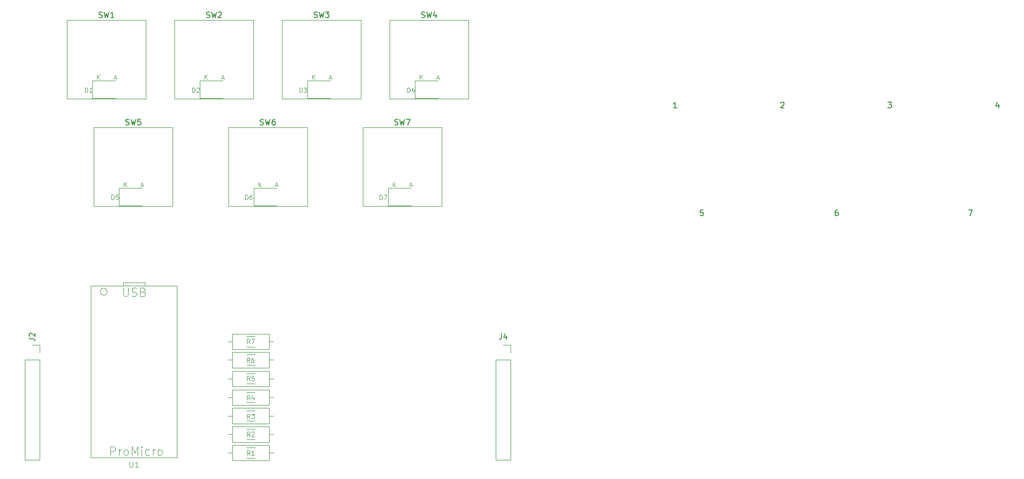
<source format=gbr>
%TF.GenerationSoftware,KiCad,Pcbnew,7.0.8*%
%TF.CreationDate,2023-10-31T17:03:33+08:00*%
%TF.ProjectId,MacroKeypad,4d616372-6f4b-4657-9970-61642e6b6963,rev?*%
%TF.SameCoordinates,Original*%
%TF.FileFunction,Legend,Top*%
%TF.FilePolarity,Positive*%
%FSLAX46Y46*%
G04 Gerber Fmt 4.6, Leading zero omitted, Abs format (unit mm)*
G04 Created by KiCad (PCBNEW 7.0.8) date 2023-10-31 17:03:33*
%MOMM*%
%LPD*%
G01*
G04 APERTURE LIST*
%ADD10C,0.100000*%
%ADD11C,0.150000*%
%ADD12C,0.120000*%
G04 APERTURE END LIST*
D10*
X124619265Y-78185895D02*
X124619265Y-77385895D01*
X124619265Y-77385895D02*
X124809741Y-77385895D01*
X124809741Y-77385895D02*
X124924027Y-77423990D01*
X124924027Y-77423990D02*
X125000217Y-77500180D01*
X125000217Y-77500180D02*
X125038312Y-77576371D01*
X125038312Y-77576371D02*
X125076408Y-77728752D01*
X125076408Y-77728752D02*
X125076408Y-77843038D01*
X125076408Y-77843038D02*
X125038312Y-77995419D01*
X125038312Y-77995419D02*
X125000217Y-78071609D01*
X125000217Y-78071609D02*
X124924027Y-78147800D01*
X124924027Y-78147800D02*
X124809741Y-78185895D01*
X124809741Y-78185895D02*
X124619265Y-78185895D01*
X125343074Y-77385895D02*
X125876408Y-77385895D01*
X125876408Y-77385895D02*
X125533550Y-78185895D01*
D11*
X228904541Y-80058819D02*
X229571207Y-80058819D01*
X229571207Y-80058819D02*
X229142636Y-81058819D01*
X181875969Y-80058819D02*
X181399779Y-80058819D01*
X181399779Y-80058819D02*
X181352160Y-80535009D01*
X181352160Y-80535009D02*
X181399779Y-80487390D01*
X181399779Y-80487390D02*
X181495017Y-80439771D01*
X181495017Y-80439771D02*
X181733112Y-80439771D01*
X181733112Y-80439771D02*
X181828350Y-80487390D01*
X181828350Y-80487390D02*
X181875969Y-80535009D01*
X181875969Y-80535009D02*
X181923588Y-80630247D01*
X181923588Y-80630247D02*
X181923588Y-80868342D01*
X181923588Y-80868342D02*
X181875969Y-80963580D01*
X181875969Y-80963580D02*
X181828350Y-81011200D01*
X181828350Y-81011200D02*
X181733112Y-81058819D01*
X181733112Y-81058819D02*
X181495017Y-81058819D01*
X181495017Y-81058819D02*
X181399779Y-81011200D01*
X181399779Y-81011200D02*
X181352160Y-80963580D01*
X234228350Y-61292152D02*
X234228350Y-61958819D01*
X233990255Y-60911200D02*
X233752160Y-61625485D01*
X233752160Y-61625485D02*
X234371207Y-61625485D01*
D10*
X91419265Y-59185895D02*
X91419265Y-58385895D01*
X91419265Y-58385895D02*
X91609741Y-58385895D01*
X91609741Y-58385895D02*
X91724027Y-58423990D01*
X91724027Y-58423990D02*
X91800217Y-58500180D01*
X91800217Y-58500180D02*
X91838312Y-58576371D01*
X91838312Y-58576371D02*
X91876408Y-58728752D01*
X91876408Y-58728752D02*
X91876408Y-58843038D01*
X91876408Y-58843038D02*
X91838312Y-58995419D01*
X91838312Y-58995419D02*
X91800217Y-59071609D01*
X91800217Y-59071609D02*
X91724027Y-59147800D01*
X91724027Y-59147800D02*
X91609741Y-59185895D01*
X91609741Y-59185895D02*
X91419265Y-59185895D01*
X92181169Y-58462085D02*
X92219265Y-58423990D01*
X92219265Y-58423990D02*
X92295455Y-58385895D01*
X92295455Y-58385895D02*
X92485931Y-58385895D01*
X92485931Y-58385895D02*
X92562122Y-58423990D01*
X92562122Y-58423990D02*
X92600217Y-58462085D01*
X92600217Y-58462085D02*
X92638312Y-58538276D01*
X92638312Y-58538276D02*
X92638312Y-58614466D01*
X92638312Y-58614466D02*
X92600217Y-58728752D01*
X92600217Y-58728752D02*
X92143074Y-59185895D01*
X92143074Y-59185895D02*
X92638312Y-59185895D01*
D11*
X195652160Y-61054057D02*
X195699779Y-61006438D01*
X195699779Y-61006438D02*
X195795017Y-60958819D01*
X195795017Y-60958819D02*
X196033112Y-60958819D01*
X196033112Y-60958819D02*
X196128350Y-61006438D01*
X196128350Y-61006438D02*
X196175969Y-61054057D01*
X196175969Y-61054057D02*
X196223588Y-61149295D01*
X196223588Y-61149295D02*
X196223588Y-61244533D01*
X196223588Y-61244533D02*
X196175969Y-61387390D01*
X196175969Y-61387390D02*
X195604541Y-61958819D01*
X195604541Y-61958819D02*
X196223588Y-61958819D01*
D10*
X72419265Y-59185895D02*
X72419265Y-58385895D01*
X72419265Y-58385895D02*
X72609741Y-58385895D01*
X72609741Y-58385895D02*
X72724027Y-58423990D01*
X72724027Y-58423990D02*
X72800217Y-58500180D01*
X72800217Y-58500180D02*
X72838312Y-58576371D01*
X72838312Y-58576371D02*
X72876408Y-58728752D01*
X72876408Y-58728752D02*
X72876408Y-58843038D01*
X72876408Y-58843038D02*
X72838312Y-58995419D01*
X72838312Y-58995419D02*
X72800217Y-59071609D01*
X72800217Y-59071609D02*
X72724027Y-59147800D01*
X72724027Y-59147800D02*
X72609741Y-59185895D01*
X72609741Y-59185895D02*
X72419265Y-59185895D01*
X73638312Y-59185895D02*
X73181169Y-59185895D01*
X73409741Y-59185895D02*
X73409741Y-58385895D01*
X73409741Y-58385895D02*
X73333550Y-58500180D01*
X73333550Y-58500180D02*
X73257360Y-58576371D01*
X73257360Y-58576371D02*
X73181169Y-58614466D01*
X110419265Y-59185895D02*
X110419265Y-58385895D01*
X110419265Y-58385895D02*
X110609741Y-58385895D01*
X110609741Y-58385895D02*
X110724027Y-58423990D01*
X110724027Y-58423990D02*
X110800217Y-58500180D01*
X110800217Y-58500180D02*
X110838312Y-58576371D01*
X110838312Y-58576371D02*
X110876408Y-58728752D01*
X110876408Y-58728752D02*
X110876408Y-58843038D01*
X110876408Y-58843038D02*
X110838312Y-58995419D01*
X110838312Y-58995419D02*
X110800217Y-59071609D01*
X110800217Y-59071609D02*
X110724027Y-59147800D01*
X110724027Y-59147800D02*
X110609741Y-59185895D01*
X110609741Y-59185895D02*
X110419265Y-59185895D01*
X111143074Y-58385895D02*
X111638312Y-58385895D01*
X111638312Y-58385895D02*
X111371646Y-58690657D01*
X111371646Y-58690657D02*
X111485931Y-58690657D01*
X111485931Y-58690657D02*
X111562122Y-58728752D01*
X111562122Y-58728752D02*
X111600217Y-58766847D01*
X111600217Y-58766847D02*
X111638312Y-58843038D01*
X111638312Y-58843038D02*
X111638312Y-59033514D01*
X111638312Y-59033514D02*
X111600217Y-59109704D01*
X111600217Y-59109704D02*
X111562122Y-59147800D01*
X111562122Y-59147800D02*
X111485931Y-59185895D01*
X111485931Y-59185895D02*
X111257360Y-59185895D01*
X111257360Y-59185895D02*
X111181169Y-59147800D01*
X111181169Y-59147800D02*
X111143074Y-59109704D01*
X77119265Y-78185895D02*
X77119265Y-77385895D01*
X77119265Y-77385895D02*
X77309741Y-77385895D01*
X77309741Y-77385895D02*
X77424027Y-77423990D01*
X77424027Y-77423990D02*
X77500217Y-77500180D01*
X77500217Y-77500180D02*
X77538312Y-77576371D01*
X77538312Y-77576371D02*
X77576408Y-77728752D01*
X77576408Y-77728752D02*
X77576408Y-77843038D01*
X77576408Y-77843038D02*
X77538312Y-77995419D01*
X77538312Y-77995419D02*
X77500217Y-78071609D01*
X77500217Y-78071609D02*
X77424027Y-78147800D01*
X77424027Y-78147800D02*
X77309741Y-78185895D01*
X77309741Y-78185895D02*
X77119265Y-78185895D01*
X78300217Y-77385895D02*
X77919265Y-77385895D01*
X77919265Y-77385895D02*
X77881169Y-77766847D01*
X77881169Y-77766847D02*
X77919265Y-77728752D01*
X77919265Y-77728752D02*
X77995455Y-77690657D01*
X77995455Y-77690657D02*
X78185931Y-77690657D01*
X78185931Y-77690657D02*
X78262122Y-77728752D01*
X78262122Y-77728752D02*
X78300217Y-77766847D01*
X78300217Y-77766847D02*
X78338312Y-77843038D01*
X78338312Y-77843038D02*
X78338312Y-78033514D01*
X78338312Y-78033514D02*
X78300217Y-78109704D01*
X78300217Y-78109704D02*
X78262122Y-78147800D01*
X78262122Y-78147800D02*
X78185931Y-78185895D01*
X78185931Y-78185895D02*
X77995455Y-78185895D01*
X77995455Y-78185895D02*
X77919265Y-78147800D01*
X77919265Y-78147800D02*
X77881169Y-78109704D01*
D11*
X205728350Y-80058819D02*
X205537874Y-80058819D01*
X205537874Y-80058819D02*
X205442636Y-80106438D01*
X205442636Y-80106438D02*
X205395017Y-80154057D01*
X205395017Y-80154057D02*
X205299779Y-80296914D01*
X205299779Y-80296914D02*
X205252160Y-80487390D01*
X205252160Y-80487390D02*
X205252160Y-80868342D01*
X205252160Y-80868342D02*
X205299779Y-80963580D01*
X205299779Y-80963580D02*
X205347398Y-81011200D01*
X205347398Y-81011200D02*
X205442636Y-81058819D01*
X205442636Y-81058819D02*
X205633112Y-81058819D01*
X205633112Y-81058819D02*
X205728350Y-81011200D01*
X205728350Y-81011200D02*
X205775969Y-80963580D01*
X205775969Y-80963580D02*
X205823588Y-80868342D01*
X205823588Y-80868342D02*
X205823588Y-80630247D01*
X205823588Y-80630247D02*
X205775969Y-80535009D01*
X205775969Y-80535009D02*
X205728350Y-80487390D01*
X205728350Y-80487390D02*
X205633112Y-80439771D01*
X205633112Y-80439771D02*
X205442636Y-80439771D01*
X205442636Y-80439771D02*
X205347398Y-80487390D01*
X205347398Y-80487390D02*
X205299779Y-80535009D01*
X205299779Y-80535009D02*
X205252160Y-80630247D01*
X177223588Y-61958819D02*
X176652160Y-61958819D01*
X176937874Y-61958819D02*
X176937874Y-60958819D01*
X176937874Y-60958819D02*
X176842636Y-61101676D01*
X176842636Y-61101676D02*
X176747398Y-61196914D01*
X176747398Y-61196914D02*
X176652160Y-61244533D01*
D10*
X129519265Y-59185895D02*
X129519265Y-58385895D01*
X129519265Y-58385895D02*
X129709741Y-58385895D01*
X129709741Y-58385895D02*
X129824027Y-58423990D01*
X129824027Y-58423990D02*
X129900217Y-58500180D01*
X129900217Y-58500180D02*
X129938312Y-58576371D01*
X129938312Y-58576371D02*
X129976408Y-58728752D01*
X129976408Y-58728752D02*
X129976408Y-58843038D01*
X129976408Y-58843038D02*
X129938312Y-58995419D01*
X129938312Y-58995419D02*
X129900217Y-59071609D01*
X129900217Y-59071609D02*
X129824027Y-59147800D01*
X129824027Y-59147800D02*
X129709741Y-59185895D01*
X129709741Y-59185895D02*
X129519265Y-59185895D01*
X130662122Y-58652561D02*
X130662122Y-59185895D01*
X130471646Y-58347800D02*
X130281169Y-58919228D01*
X130281169Y-58919228D02*
X130776408Y-58919228D01*
X100819265Y-78185895D02*
X100819265Y-77385895D01*
X100819265Y-77385895D02*
X101009741Y-77385895D01*
X101009741Y-77385895D02*
X101124027Y-77423990D01*
X101124027Y-77423990D02*
X101200217Y-77500180D01*
X101200217Y-77500180D02*
X101238312Y-77576371D01*
X101238312Y-77576371D02*
X101276408Y-77728752D01*
X101276408Y-77728752D02*
X101276408Y-77843038D01*
X101276408Y-77843038D02*
X101238312Y-77995419D01*
X101238312Y-77995419D02*
X101200217Y-78071609D01*
X101200217Y-78071609D02*
X101124027Y-78147800D01*
X101124027Y-78147800D02*
X101009741Y-78185895D01*
X101009741Y-78185895D02*
X100819265Y-78185895D01*
X101962122Y-77385895D02*
X101809741Y-77385895D01*
X101809741Y-77385895D02*
X101733550Y-77423990D01*
X101733550Y-77423990D02*
X101695455Y-77462085D01*
X101695455Y-77462085D02*
X101619265Y-77576371D01*
X101619265Y-77576371D02*
X101581169Y-77728752D01*
X101581169Y-77728752D02*
X101581169Y-78033514D01*
X101581169Y-78033514D02*
X101619265Y-78109704D01*
X101619265Y-78109704D02*
X101657360Y-78147800D01*
X101657360Y-78147800D02*
X101733550Y-78185895D01*
X101733550Y-78185895D02*
X101885931Y-78185895D01*
X101885931Y-78185895D02*
X101962122Y-78147800D01*
X101962122Y-78147800D02*
X102000217Y-78109704D01*
X102000217Y-78109704D02*
X102038312Y-78033514D01*
X102038312Y-78033514D02*
X102038312Y-77843038D01*
X102038312Y-77843038D02*
X102000217Y-77766847D01*
X102000217Y-77766847D02*
X101962122Y-77728752D01*
X101962122Y-77728752D02*
X101885931Y-77690657D01*
X101885931Y-77690657D02*
X101733550Y-77690657D01*
X101733550Y-77690657D02*
X101657360Y-77728752D01*
X101657360Y-77728752D02*
X101619265Y-77766847D01*
X101619265Y-77766847D02*
X101581169Y-77843038D01*
D11*
X214604541Y-60958819D02*
X215223588Y-60958819D01*
X215223588Y-60958819D02*
X214890255Y-61339771D01*
X214890255Y-61339771D02*
X215033112Y-61339771D01*
X215033112Y-61339771D02*
X215128350Y-61387390D01*
X215128350Y-61387390D02*
X215175969Y-61435009D01*
X215175969Y-61435009D02*
X215223588Y-61530247D01*
X215223588Y-61530247D02*
X215223588Y-61768342D01*
X215223588Y-61768342D02*
X215175969Y-61863580D01*
X215175969Y-61863580D02*
X215128350Y-61911200D01*
X215128350Y-61911200D02*
X215033112Y-61958819D01*
X215033112Y-61958819D02*
X214747398Y-61958819D01*
X214747398Y-61958819D02*
X214652160Y-61911200D01*
X214652160Y-61911200D02*
X214604541Y-61863580D01*
X93916667Y-45873200D02*
X94059524Y-45920819D01*
X94059524Y-45920819D02*
X94297619Y-45920819D01*
X94297619Y-45920819D02*
X94392857Y-45873200D01*
X94392857Y-45873200D02*
X94440476Y-45825580D01*
X94440476Y-45825580D02*
X94488095Y-45730342D01*
X94488095Y-45730342D02*
X94488095Y-45635104D01*
X94488095Y-45635104D02*
X94440476Y-45539866D01*
X94440476Y-45539866D02*
X94392857Y-45492247D01*
X94392857Y-45492247D02*
X94297619Y-45444628D01*
X94297619Y-45444628D02*
X94107143Y-45397009D01*
X94107143Y-45397009D02*
X94011905Y-45349390D01*
X94011905Y-45349390D02*
X93964286Y-45301771D01*
X93964286Y-45301771D02*
X93916667Y-45206533D01*
X93916667Y-45206533D02*
X93916667Y-45111295D01*
X93916667Y-45111295D02*
X93964286Y-45016057D01*
X93964286Y-45016057D02*
X94011905Y-44968438D01*
X94011905Y-44968438D02*
X94107143Y-44920819D01*
X94107143Y-44920819D02*
X94345238Y-44920819D01*
X94345238Y-44920819D02*
X94488095Y-44968438D01*
X94821429Y-44920819D02*
X95059524Y-45920819D01*
X95059524Y-45920819D02*
X95250000Y-45206533D01*
X95250000Y-45206533D02*
X95440476Y-45920819D01*
X95440476Y-45920819D02*
X95678572Y-44920819D01*
X96011905Y-45016057D02*
X96059524Y-44968438D01*
X96059524Y-44968438D02*
X96154762Y-44920819D01*
X96154762Y-44920819D02*
X96392857Y-44920819D01*
X96392857Y-44920819D02*
X96488095Y-44968438D01*
X96488095Y-44968438D02*
X96535714Y-45016057D01*
X96535714Y-45016057D02*
X96583333Y-45111295D01*
X96583333Y-45111295D02*
X96583333Y-45206533D01*
X96583333Y-45206533D02*
X96535714Y-45349390D01*
X96535714Y-45349390D02*
X95964286Y-45920819D01*
X95964286Y-45920819D02*
X96583333Y-45920819D01*
D10*
X93601265Y-56885895D02*
X93601265Y-56085895D01*
X94058408Y-56885895D02*
X93715550Y-56428752D01*
X94058408Y-56085895D02*
X93601265Y-56543038D01*
X96611169Y-56657323D02*
X96992122Y-56657323D01*
X96534979Y-56885895D02*
X96801646Y-56085895D01*
X96801646Y-56085895D02*
X97068312Y-56885895D01*
X101576667Y-107132895D02*
X101310000Y-106751942D01*
X101119524Y-107132895D02*
X101119524Y-106332895D01*
X101119524Y-106332895D02*
X101424286Y-106332895D01*
X101424286Y-106332895D02*
X101500476Y-106370990D01*
X101500476Y-106370990D02*
X101538571Y-106409085D01*
X101538571Y-106409085D02*
X101576667Y-106485276D01*
X101576667Y-106485276D02*
X101576667Y-106599561D01*
X101576667Y-106599561D02*
X101538571Y-106675752D01*
X101538571Y-106675752D02*
X101500476Y-106713847D01*
X101500476Y-106713847D02*
X101424286Y-106751942D01*
X101424286Y-106751942D02*
X101119524Y-106751942D01*
X102262381Y-106332895D02*
X102110000Y-106332895D01*
X102110000Y-106332895D02*
X102033809Y-106370990D01*
X102033809Y-106370990D02*
X101995714Y-106409085D01*
X101995714Y-106409085D02*
X101919524Y-106523371D01*
X101919524Y-106523371D02*
X101881428Y-106675752D01*
X101881428Y-106675752D02*
X101881428Y-106980514D01*
X101881428Y-106980514D02*
X101919524Y-107056704D01*
X101919524Y-107056704D02*
X101957619Y-107094800D01*
X101957619Y-107094800D02*
X102033809Y-107132895D01*
X102033809Y-107132895D02*
X102186190Y-107132895D01*
X102186190Y-107132895D02*
X102262381Y-107094800D01*
X102262381Y-107094800D02*
X102300476Y-107056704D01*
X102300476Y-107056704D02*
X102338571Y-106980514D01*
X102338571Y-106980514D02*
X102338571Y-106790038D01*
X102338571Y-106790038D02*
X102300476Y-106713847D01*
X102300476Y-106713847D02*
X102262381Y-106675752D01*
X102262381Y-106675752D02*
X102186190Y-106637657D01*
X102186190Y-106637657D02*
X102033809Y-106637657D01*
X102033809Y-106637657D02*
X101957619Y-106675752D01*
X101957619Y-106675752D02*
X101919524Y-106713847D01*
X101919524Y-106713847D02*
X101881428Y-106790038D01*
D11*
X132016667Y-45873200D02*
X132159524Y-45920819D01*
X132159524Y-45920819D02*
X132397619Y-45920819D01*
X132397619Y-45920819D02*
X132492857Y-45873200D01*
X132492857Y-45873200D02*
X132540476Y-45825580D01*
X132540476Y-45825580D02*
X132588095Y-45730342D01*
X132588095Y-45730342D02*
X132588095Y-45635104D01*
X132588095Y-45635104D02*
X132540476Y-45539866D01*
X132540476Y-45539866D02*
X132492857Y-45492247D01*
X132492857Y-45492247D02*
X132397619Y-45444628D01*
X132397619Y-45444628D02*
X132207143Y-45397009D01*
X132207143Y-45397009D02*
X132111905Y-45349390D01*
X132111905Y-45349390D02*
X132064286Y-45301771D01*
X132064286Y-45301771D02*
X132016667Y-45206533D01*
X132016667Y-45206533D02*
X132016667Y-45111295D01*
X132016667Y-45111295D02*
X132064286Y-45016057D01*
X132064286Y-45016057D02*
X132111905Y-44968438D01*
X132111905Y-44968438D02*
X132207143Y-44920819D01*
X132207143Y-44920819D02*
X132445238Y-44920819D01*
X132445238Y-44920819D02*
X132588095Y-44968438D01*
X132921429Y-44920819D02*
X133159524Y-45920819D01*
X133159524Y-45920819D02*
X133350000Y-45206533D01*
X133350000Y-45206533D02*
X133540476Y-45920819D01*
X133540476Y-45920819D02*
X133778572Y-44920819D01*
X134588095Y-45254152D02*
X134588095Y-45920819D01*
X134350000Y-44873200D02*
X134111905Y-45587485D01*
X134111905Y-45587485D02*
X134730952Y-45587485D01*
D10*
X134711169Y-56657323D02*
X135092122Y-56657323D01*
X134634979Y-56885895D02*
X134901646Y-56085895D01*
X134901646Y-56085895D02*
X135168312Y-56885895D01*
X131701265Y-56885895D02*
X131701265Y-56085895D01*
X132158408Y-56885895D02*
X131815550Y-56428752D01*
X132158408Y-56085895D02*
X131701265Y-56543038D01*
X101606667Y-110346895D02*
X101340000Y-109965942D01*
X101149524Y-110346895D02*
X101149524Y-109546895D01*
X101149524Y-109546895D02*
X101454286Y-109546895D01*
X101454286Y-109546895D02*
X101530476Y-109584990D01*
X101530476Y-109584990D02*
X101568571Y-109623085D01*
X101568571Y-109623085D02*
X101606667Y-109699276D01*
X101606667Y-109699276D02*
X101606667Y-109813561D01*
X101606667Y-109813561D02*
X101568571Y-109889752D01*
X101568571Y-109889752D02*
X101530476Y-109927847D01*
X101530476Y-109927847D02*
X101454286Y-109965942D01*
X101454286Y-109965942D02*
X101149524Y-109965942D01*
X102330476Y-109546895D02*
X101949524Y-109546895D01*
X101949524Y-109546895D02*
X101911428Y-109927847D01*
X101911428Y-109927847D02*
X101949524Y-109889752D01*
X101949524Y-109889752D02*
X102025714Y-109851657D01*
X102025714Y-109851657D02*
X102216190Y-109851657D01*
X102216190Y-109851657D02*
X102292381Y-109889752D01*
X102292381Y-109889752D02*
X102330476Y-109927847D01*
X102330476Y-109927847D02*
X102368571Y-110004038D01*
X102368571Y-110004038D02*
X102368571Y-110194514D01*
X102368571Y-110194514D02*
X102330476Y-110270704D01*
X102330476Y-110270704D02*
X102292381Y-110308800D01*
X102292381Y-110308800D02*
X102216190Y-110346895D01*
X102216190Y-110346895D02*
X102025714Y-110346895D01*
X102025714Y-110346895D02*
X101949524Y-110308800D01*
X101949524Y-110308800D02*
X101911428Y-110270704D01*
D11*
X74866667Y-45873200D02*
X75009524Y-45920819D01*
X75009524Y-45920819D02*
X75247619Y-45920819D01*
X75247619Y-45920819D02*
X75342857Y-45873200D01*
X75342857Y-45873200D02*
X75390476Y-45825580D01*
X75390476Y-45825580D02*
X75438095Y-45730342D01*
X75438095Y-45730342D02*
X75438095Y-45635104D01*
X75438095Y-45635104D02*
X75390476Y-45539866D01*
X75390476Y-45539866D02*
X75342857Y-45492247D01*
X75342857Y-45492247D02*
X75247619Y-45444628D01*
X75247619Y-45444628D02*
X75057143Y-45397009D01*
X75057143Y-45397009D02*
X74961905Y-45349390D01*
X74961905Y-45349390D02*
X74914286Y-45301771D01*
X74914286Y-45301771D02*
X74866667Y-45206533D01*
X74866667Y-45206533D02*
X74866667Y-45111295D01*
X74866667Y-45111295D02*
X74914286Y-45016057D01*
X74914286Y-45016057D02*
X74961905Y-44968438D01*
X74961905Y-44968438D02*
X75057143Y-44920819D01*
X75057143Y-44920819D02*
X75295238Y-44920819D01*
X75295238Y-44920819D02*
X75438095Y-44968438D01*
X75771429Y-44920819D02*
X76009524Y-45920819D01*
X76009524Y-45920819D02*
X76200000Y-45206533D01*
X76200000Y-45206533D02*
X76390476Y-45920819D01*
X76390476Y-45920819D02*
X76628572Y-44920819D01*
X77533333Y-45920819D02*
X76961905Y-45920819D01*
X77247619Y-45920819D02*
X77247619Y-44920819D01*
X77247619Y-44920819D02*
X77152381Y-45063676D01*
X77152381Y-45063676D02*
X77057143Y-45158914D01*
X77057143Y-45158914D02*
X76961905Y-45206533D01*
D10*
X77561169Y-56657323D02*
X77942122Y-56657323D01*
X77484979Y-56885895D02*
X77751646Y-56085895D01*
X77751646Y-56085895D02*
X78018312Y-56885895D01*
X74551265Y-56885895D02*
X74551265Y-56085895D01*
X75008408Y-56885895D02*
X74665550Y-56428752D01*
X75008408Y-56085895D02*
X74551265Y-56543038D01*
D11*
X79622667Y-64923200D02*
X79765524Y-64970819D01*
X79765524Y-64970819D02*
X80003619Y-64970819D01*
X80003619Y-64970819D02*
X80098857Y-64923200D01*
X80098857Y-64923200D02*
X80146476Y-64875580D01*
X80146476Y-64875580D02*
X80194095Y-64780342D01*
X80194095Y-64780342D02*
X80194095Y-64685104D01*
X80194095Y-64685104D02*
X80146476Y-64589866D01*
X80146476Y-64589866D02*
X80098857Y-64542247D01*
X80098857Y-64542247D02*
X80003619Y-64494628D01*
X80003619Y-64494628D02*
X79813143Y-64447009D01*
X79813143Y-64447009D02*
X79717905Y-64399390D01*
X79717905Y-64399390D02*
X79670286Y-64351771D01*
X79670286Y-64351771D02*
X79622667Y-64256533D01*
X79622667Y-64256533D02*
X79622667Y-64161295D01*
X79622667Y-64161295D02*
X79670286Y-64066057D01*
X79670286Y-64066057D02*
X79717905Y-64018438D01*
X79717905Y-64018438D02*
X79813143Y-63970819D01*
X79813143Y-63970819D02*
X80051238Y-63970819D01*
X80051238Y-63970819D02*
X80194095Y-64018438D01*
X80527429Y-63970819D02*
X80765524Y-64970819D01*
X80765524Y-64970819D02*
X80956000Y-64256533D01*
X80956000Y-64256533D02*
X81146476Y-64970819D01*
X81146476Y-64970819D02*
X81384572Y-63970819D01*
X82241714Y-63970819D02*
X81765524Y-63970819D01*
X81765524Y-63970819D02*
X81717905Y-64447009D01*
X81717905Y-64447009D02*
X81765524Y-64399390D01*
X81765524Y-64399390D02*
X81860762Y-64351771D01*
X81860762Y-64351771D02*
X82098857Y-64351771D01*
X82098857Y-64351771D02*
X82194095Y-64399390D01*
X82194095Y-64399390D02*
X82241714Y-64447009D01*
X82241714Y-64447009D02*
X82289333Y-64542247D01*
X82289333Y-64542247D02*
X82289333Y-64780342D01*
X82289333Y-64780342D02*
X82241714Y-64875580D01*
X82241714Y-64875580D02*
X82194095Y-64923200D01*
X82194095Y-64923200D02*
X82098857Y-64970819D01*
X82098857Y-64970819D02*
X81860762Y-64970819D01*
X81860762Y-64970819D02*
X81765524Y-64923200D01*
X81765524Y-64923200D02*
X81717905Y-64875580D01*
D10*
X82317169Y-75707323D02*
X82698122Y-75707323D01*
X82240979Y-75935895D02*
X82507646Y-75135895D01*
X82507646Y-75135895D02*
X82774312Y-75935895D01*
X79307265Y-75935895D02*
X79307265Y-75135895D01*
X79764408Y-75935895D02*
X79421550Y-75478752D01*
X79764408Y-75135895D02*
X79307265Y-75593038D01*
X101606667Y-103757895D02*
X101340000Y-103376942D01*
X101149524Y-103757895D02*
X101149524Y-102957895D01*
X101149524Y-102957895D02*
X101454286Y-102957895D01*
X101454286Y-102957895D02*
X101530476Y-102995990D01*
X101530476Y-102995990D02*
X101568571Y-103034085D01*
X101568571Y-103034085D02*
X101606667Y-103110276D01*
X101606667Y-103110276D02*
X101606667Y-103224561D01*
X101606667Y-103224561D02*
X101568571Y-103300752D01*
X101568571Y-103300752D02*
X101530476Y-103338847D01*
X101530476Y-103338847D02*
X101454286Y-103376942D01*
X101454286Y-103376942D02*
X101149524Y-103376942D01*
X101873333Y-102957895D02*
X102406667Y-102957895D01*
X102406667Y-102957895D02*
X102063809Y-103757895D01*
D11*
X112966667Y-45873200D02*
X113109524Y-45920819D01*
X113109524Y-45920819D02*
X113347619Y-45920819D01*
X113347619Y-45920819D02*
X113442857Y-45873200D01*
X113442857Y-45873200D02*
X113490476Y-45825580D01*
X113490476Y-45825580D02*
X113538095Y-45730342D01*
X113538095Y-45730342D02*
X113538095Y-45635104D01*
X113538095Y-45635104D02*
X113490476Y-45539866D01*
X113490476Y-45539866D02*
X113442857Y-45492247D01*
X113442857Y-45492247D02*
X113347619Y-45444628D01*
X113347619Y-45444628D02*
X113157143Y-45397009D01*
X113157143Y-45397009D02*
X113061905Y-45349390D01*
X113061905Y-45349390D02*
X113014286Y-45301771D01*
X113014286Y-45301771D02*
X112966667Y-45206533D01*
X112966667Y-45206533D02*
X112966667Y-45111295D01*
X112966667Y-45111295D02*
X113014286Y-45016057D01*
X113014286Y-45016057D02*
X113061905Y-44968438D01*
X113061905Y-44968438D02*
X113157143Y-44920819D01*
X113157143Y-44920819D02*
X113395238Y-44920819D01*
X113395238Y-44920819D02*
X113538095Y-44968438D01*
X113871429Y-44920819D02*
X114109524Y-45920819D01*
X114109524Y-45920819D02*
X114300000Y-45206533D01*
X114300000Y-45206533D02*
X114490476Y-45920819D01*
X114490476Y-45920819D02*
X114728572Y-44920819D01*
X115014286Y-44920819D02*
X115633333Y-44920819D01*
X115633333Y-44920819D02*
X115300000Y-45301771D01*
X115300000Y-45301771D02*
X115442857Y-45301771D01*
X115442857Y-45301771D02*
X115538095Y-45349390D01*
X115538095Y-45349390D02*
X115585714Y-45397009D01*
X115585714Y-45397009D02*
X115633333Y-45492247D01*
X115633333Y-45492247D02*
X115633333Y-45730342D01*
X115633333Y-45730342D02*
X115585714Y-45825580D01*
X115585714Y-45825580D02*
X115538095Y-45873200D01*
X115538095Y-45873200D02*
X115442857Y-45920819D01*
X115442857Y-45920819D02*
X115157143Y-45920819D01*
X115157143Y-45920819D02*
X115061905Y-45873200D01*
X115061905Y-45873200D02*
X115014286Y-45825580D01*
D10*
X112651265Y-56885895D02*
X112651265Y-56085895D01*
X113108408Y-56885895D02*
X112765550Y-56428752D01*
X113108408Y-56085895D02*
X112651265Y-56543038D01*
X115661169Y-56657323D02*
X116042122Y-56657323D01*
X115584979Y-56885895D02*
X115851646Y-56085895D01*
X115851646Y-56085895D02*
X116118312Y-56885895D01*
X101593667Y-117077895D02*
X101327000Y-116696942D01*
X101136524Y-117077895D02*
X101136524Y-116277895D01*
X101136524Y-116277895D02*
X101441286Y-116277895D01*
X101441286Y-116277895D02*
X101517476Y-116315990D01*
X101517476Y-116315990D02*
X101555571Y-116354085D01*
X101555571Y-116354085D02*
X101593667Y-116430276D01*
X101593667Y-116430276D02*
X101593667Y-116544561D01*
X101593667Y-116544561D02*
X101555571Y-116620752D01*
X101555571Y-116620752D02*
X101517476Y-116658847D01*
X101517476Y-116658847D02*
X101441286Y-116696942D01*
X101441286Y-116696942D02*
X101136524Y-116696942D01*
X101860333Y-116277895D02*
X102355571Y-116277895D01*
X102355571Y-116277895D02*
X102088905Y-116582657D01*
X102088905Y-116582657D02*
X102203190Y-116582657D01*
X102203190Y-116582657D02*
X102279381Y-116620752D01*
X102279381Y-116620752D02*
X102317476Y-116658847D01*
X102317476Y-116658847D02*
X102355571Y-116735038D01*
X102355571Y-116735038D02*
X102355571Y-116925514D01*
X102355571Y-116925514D02*
X102317476Y-117001704D01*
X102317476Y-117001704D02*
X102279381Y-117039800D01*
X102279381Y-117039800D02*
X102203190Y-117077895D01*
X102203190Y-117077895D02*
X101974619Y-117077895D01*
X101974619Y-117077895D02*
X101898428Y-117039800D01*
X101898428Y-117039800D02*
X101860333Y-117001704D01*
D11*
X146129666Y-102024819D02*
X146129666Y-102739104D01*
X146129666Y-102739104D02*
X146082047Y-102881961D01*
X146082047Y-102881961D02*
X145986809Y-102977200D01*
X145986809Y-102977200D02*
X145843952Y-103024819D01*
X145843952Y-103024819D02*
X145748714Y-103024819D01*
X147034428Y-102358152D02*
X147034428Y-103024819D01*
X146796333Y-101977200D02*
X146558238Y-102691485D01*
X146558238Y-102691485D02*
X147177285Y-102691485D01*
X62517819Y-102903333D02*
X63232104Y-102903333D01*
X63232104Y-102903333D02*
X63374961Y-102950952D01*
X63374961Y-102950952D02*
X63470200Y-103046190D01*
X63470200Y-103046190D02*
X63517819Y-103189047D01*
X63517819Y-103189047D02*
X63517819Y-103284285D01*
X62613057Y-102474761D02*
X62565438Y-102427142D01*
X62565438Y-102427142D02*
X62517819Y-102331904D01*
X62517819Y-102331904D02*
X62517819Y-102093809D01*
X62517819Y-102093809D02*
X62565438Y-101998571D01*
X62565438Y-101998571D02*
X62613057Y-101950952D01*
X62613057Y-101950952D02*
X62708295Y-101903333D01*
X62708295Y-101903333D02*
X62803533Y-101903333D01*
X62803533Y-101903333D02*
X62946390Y-101950952D01*
X62946390Y-101950952D02*
X63517819Y-102522380D01*
X63517819Y-102522380D02*
X63517819Y-101903333D01*
D10*
X101593667Y-123554895D02*
X101327000Y-123173942D01*
X101136524Y-123554895D02*
X101136524Y-122754895D01*
X101136524Y-122754895D02*
X101441286Y-122754895D01*
X101441286Y-122754895D02*
X101517476Y-122792990D01*
X101517476Y-122792990D02*
X101555571Y-122831085D01*
X101555571Y-122831085D02*
X101593667Y-122907276D01*
X101593667Y-122907276D02*
X101593667Y-123021561D01*
X101593667Y-123021561D02*
X101555571Y-123097752D01*
X101555571Y-123097752D02*
X101517476Y-123135847D01*
X101517476Y-123135847D02*
X101441286Y-123173942D01*
X101441286Y-123173942D02*
X101136524Y-123173942D01*
X102355571Y-123554895D02*
X101898428Y-123554895D01*
X102127000Y-123554895D02*
X102127000Y-122754895D01*
X102127000Y-122754895D02*
X102050809Y-122869180D01*
X102050809Y-122869180D02*
X101974619Y-122945371D01*
X101974619Y-122945371D02*
X101898428Y-122983466D01*
D11*
X103434667Y-64923200D02*
X103577524Y-64970819D01*
X103577524Y-64970819D02*
X103815619Y-64970819D01*
X103815619Y-64970819D02*
X103910857Y-64923200D01*
X103910857Y-64923200D02*
X103958476Y-64875580D01*
X103958476Y-64875580D02*
X104006095Y-64780342D01*
X104006095Y-64780342D02*
X104006095Y-64685104D01*
X104006095Y-64685104D02*
X103958476Y-64589866D01*
X103958476Y-64589866D02*
X103910857Y-64542247D01*
X103910857Y-64542247D02*
X103815619Y-64494628D01*
X103815619Y-64494628D02*
X103625143Y-64447009D01*
X103625143Y-64447009D02*
X103529905Y-64399390D01*
X103529905Y-64399390D02*
X103482286Y-64351771D01*
X103482286Y-64351771D02*
X103434667Y-64256533D01*
X103434667Y-64256533D02*
X103434667Y-64161295D01*
X103434667Y-64161295D02*
X103482286Y-64066057D01*
X103482286Y-64066057D02*
X103529905Y-64018438D01*
X103529905Y-64018438D02*
X103625143Y-63970819D01*
X103625143Y-63970819D02*
X103863238Y-63970819D01*
X103863238Y-63970819D02*
X104006095Y-64018438D01*
X104339429Y-63970819D02*
X104577524Y-64970819D01*
X104577524Y-64970819D02*
X104768000Y-64256533D01*
X104768000Y-64256533D02*
X104958476Y-64970819D01*
X104958476Y-64970819D02*
X105196572Y-63970819D01*
X106006095Y-63970819D02*
X105815619Y-63970819D01*
X105815619Y-63970819D02*
X105720381Y-64018438D01*
X105720381Y-64018438D02*
X105672762Y-64066057D01*
X105672762Y-64066057D02*
X105577524Y-64208914D01*
X105577524Y-64208914D02*
X105529905Y-64399390D01*
X105529905Y-64399390D02*
X105529905Y-64780342D01*
X105529905Y-64780342D02*
X105577524Y-64875580D01*
X105577524Y-64875580D02*
X105625143Y-64923200D01*
X105625143Y-64923200D02*
X105720381Y-64970819D01*
X105720381Y-64970819D02*
X105910857Y-64970819D01*
X105910857Y-64970819D02*
X106006095Y-64923200D01*
X106006095Y-64923200D02*
X106053714Y-64875580D01*
X106053714Y-64875580D02*
X106101333Y-64780342D01*
X106101333Y-64780342D02*
X106101333Y-64542247D01*
X106101333Y-64542247D02*
X106053714Y-64447009D01*
X106053714Y-64447009D02*
X106006095Y-64399390D01*
X106006095Y-64399390D02*
X105910857Y-64351771D01*
X105910857Y-64351771D02*
X105720381Y-64351771D01*
X105720381Y-64351771D02*
X105625143Y-64399390D01*
X105625143Y-64399390D02*
X105577524Y-64447009D01*
X105577524Y-64447009D02*
X105529905Y-64542247D01*
D10*
X103119265Y-75935895D02*
X103119265Y-75135895D01*
X103576408Y-75935895D02*
X103233550Y-75478752D01*
X103576408Y-75135895D02*
X103119265Y-75593038D01*
X106129169Y-75707323D02*
X106510122Y-75707323D01*
X106052979Y-75935895D02*
X106319646Y-75135895D01*
X106319646Y-75135895D02*
X106586312Y-75935895D01*
X80301095Y-124734419D02*
X80301095Y-125543942D01*
X80301095Y-125543942D02*
X80348714Y-125639180D01*
X80348714Y-125639180D02*
X80396333Y-125686800D01*
X80396333Y-125686800D02*
X80491571Y-125734419D01*
X80491571Y-125734419D02*
X80682047Y-125734419D01*
X80682047Y-125734419D02*
X80777285Y-125686800D01*
X80777285Y-125686800D02*
X80824904Y-125639180D01*
X80824904Y-125639180D02*
X80872523Y-125543942D01*
X80872523Y-125543942D02*
X80872523Y-124734419D01*
X81872523Y-125734419D02*
X81301095Y-125734419D01*
X81586809Y-125734419D02*
X81586809Y-124734419D01*
X81586809Y-124734419D02*
X81491571Y-124877276D01*
X81491571Y-124877276D02*
X81396333Y-124972514D01*
X81396333Y-124972514D02*
X81301095Y-125020133D01*
X79199931Y-93884728D02*
X79199931Y-95099014D01*
X79199931Y-95099014D02*
X79271360Y-95241871D01*
X79271360Y-95241871D02*
X79342789Y-95313300D01*
X79342789Y-95313300D02*
X79485646Y-95384728D01*
X79485646Y-95384728D02*
X79771360Y-95384728D01*
X79771360Y-95384728D02*
X79914217Y-95313300D01*
X79914217Y-95313300D02*
X79985646Y-95241871D01*
X79985646Y-95241871D02*
X80057074Y-95099014D01*
X80057074Y-95099014D02*
X80057074Y-93884728D01*
X80699932Y-95313300D02*
X80914218Y-95384728D01*
X80914218Y-95384728D02*
X81271360Y-95384728D01*
X81271360Y-95384728D02*
X81414218Y-95313300D01*
X81414218Y-95313300D02*
X81485646Y-95241871D01*
X81485646Y-95241871D02*
X81557075Y-95099014D01*
X81557075Y-95099014D02*
X81557075Y-94956157D01*
X81557075Y-94956157D02*
X81485646Y-94813300D01*
X81485646Y-94813300D02*
X81414218Y-94741871D01*
X81414218Y-94741871D02*
X81271360Y-94670442D01*
X81271360Y-94670442D02*
X80985646Y-94599014D01*
X80985646Y-94599014D02*
X80842789Y-94527585D01*
X80842789Y-94527585D02*
X80771360Y-94456157D01*
X80771360Y-94456157D02*
X80699932Y-94313300D01*
X80699932Y-94313300D02*
X80699932Y-94170442D01*
X80699932Y-94170442D02*
X80771360Y-94027585D01*
X80771360Y-94027585D02*
X80842789Y-93956157D01*
X80842789Y-93956157D02*
X80985646Y-93884728D01*
X80985646Y-93884728D02*
X81342789Y-93884728D01*
X81342789Y-93884728D02*
X81557075Y-93956157D01*
X82699931Y-94599014D02*
X82914217Y-94670442D01*
X82914217Y-94670442D02*
X82985646Y-94741871D01*
X82985646Y-94741871D02*
X83057074Y-94884728D01*
X83057074Y-94884728D02*
X83057074Y-95099014D01*
X83057074Y-95099014D02*
X82985646Y-95241871D01*
X82985646Y-95241871D02*
X82914217Y-95313300D01*
X82914217Y-95313300D02*
X82771360Y-95384728D01*
X82771360Y-95384728D02*
X82199931Y-95384728D01*
X82199931Y-95384728D02*
X82199931Y-93884728D01*
X82199931Y-93884728D02*
X82699931Y-93884728D01*
X82699931Y-93884728D02*
X82842789Y-93956157D01*
X82842789Y-93956157D02*
X82914217Y-94027585D01*
X82914217Y-94027585D02*
X82985646Y-94170442D01*
X82985646Y-94170442D02*
X82985646Y-94313300D01*
X82985646Y-94313300D02*
X82914217Y-94456157D01*
X82914217Y-94456157D02*
X82842789Y-94527585D01*
X82842789Y-94527585D02*
X82699931Y-94599014D01*
X82699931Y-94599014D02*
X82199931Y-94599014D01*
X76913931Y-123578728D02*
X76913931Y-122078728D01*
X76913931Y-122078728D02*
X77485360Y-122078728D01*
X77485360Y-122078728D02*
X77628217Y-122150157D01*
X77628217Y-122150157D02*
X77699646Y-122221585D01*
X77699646Y-122221585D02*
X77771074Y-122364442D01*
X77771074Y-122364442D02*
X77771074Y-122578728D01*
X77771074Y-122578728D02*
X77699646Y-122721585D01*
X77699646Y-122721585D02*
X77628217Y-122793014D01*
X77628217Y-122793014D02*
X77485360Y-122864442D01*
X77485360Y-122864442D02*
X76913931Y-122864442D01*
X78413931Y-123578728D02*
X78413931Y-122578728D01*
X78413931Y-122864442D02*
X78485360Y-122721585D01*
X78485360Y-122721585D02*
X78556789Y-122650157D01*
X78556789Y-122650157D02*
X78699646Y-122578728D01*
X78699646Y-122578728D02*
X78842503Y-122578728D01*
X79556788Y-123578728D02*
X79413931Y-123507300D01*
X79413931Y-123507300D02*
X79342502Y-123435871D01*
X79342502Y-123435871D02*
X79271074Y-123293014D01*
X79271074Y-123293014D02*
X79271074Y-122864442D01*
X79271074Y-122864442D02*
X79342502Y-122721585D01*
X79342502Y-122721585D02*
X79413931Y-122650157D01*
X79413931Y-122650157D02*
X79556788Y-122578728D01*
X79556788Y-122578728D02*
X79771074Y-122578728D01*
X79771074Y-122578728D02*
X79913931Y-122650157D01*
X79913931Y-122650157D02*
X79985360Y-122721585D01*
X79985360Y-122721585D02*
X80056788Y-122864442D01*
X80056788Y-122864442D02*
X80056788Y-123293014D01*
X80056788Y-123293014D02*
X79985360Y-123435871D01*
X79985360Y-123435871D02*
X79913931Y-123507300D01*
X79913931Y-123507300D02*
X79771074Y-123578728D01*
X79771074Y-123578728D02*
X79556788Y-123578728D01*
X80699645Y-123578728D02*
X80699645Y-122078728D01*
X80699645Y-122078728D02*
X81199645Y-123150157D01*
X81199645Y-123150157D02*
X81699645Y-122078728D01*
X81699645Y-122078728D02*
X81699645Y-123578728D01*
X82413931Y-123578728D02*
X82413931Y-122578728D01*
X82413931Y-122078728D02*
X82342503Y-122150157D01*
X82342503Y-122150157D02*
X82413931Y-122221585D01*
X82413931Y-122221585D02*
X82485360Y-122150157D01*
X82485360Y-122150157D02*
X82413931Y-122078728D01*
X82413931Y-122078728D02*
X82413931Y-122221585D01*
X83771075Y-123507300D02*
X83628217Y-123578728D01*
X83628217Y-123578728D02*
X83342503Y-123578728D01*
X83342503Y-123578728D02*
X83199646Y-123507300D01*
X83199646Y-123507300D02*
X83128217Y-123435871D01*
X83128217Y-123435871D02*
X83056789Y-123293014D01*
X83056789Y-123293014D02*
X83056789Y-122864442D01*
X83056789Y-122864442D02*
X83128217Y-122721585D01*
X83128217Y-122721585D02*
X83199646Y-122650157D01*
X83199646Y-122650157D02*
X83342503Y-122578728D01*
X83342503Y-122578728D02*
X83628217Y-122578728D01*
X83628217Y-122578728D02*
X83771075Y-122650157D01*
X84413931Y-123578728D02*
X84413931Y-122578728D01*
X84413931Y-122864442D02*
X84485360Y-122721585D01*
X84485360Y-122721585D02*
X84556789Y-122650157D01*
X84556789Y-122650157D02*
X84699646Y-122578728D01*
X84699646Y-122578728D02*
X84842503Y-122578728D01*
X85556788Y-123578728D02*
X85413931Y-123507300D01*
X85413931Y-123507300D02*
X85342502Y-123435871D01*
X85342502Y-123435871D02*
X85271074Y-123293014D01*
X85271074Y-123293014D02*
X85271074Y-122864442D01*
X85271074Y-122864442D02*
X85342502Y-122721585D01*
X85342502Y-122721585D02*
X85413931Y-122650157D01*
X85413931Y-122650157D02*
X85556788Y-122578728D01*
X85556788Y-122578728D02*
X85771074Y-122578728D01*
X85771074Y-122578728D02*
X85913931Y-122650157D01*
X85913931Y-122650157D02*
X85985360Y-122721585D01*
X85985360Y-122721585D02*
X86056788Y-122864442D01*
X86056788Y-122864442D02*
X86056788Y-123293014D01*
X86056788Y-123293014D02*
X85985360Y-123435871D01*
X85985360Y-123435871D02*
X85913931Y-123507300D01*
X85913931Y-123507300D02*
X85771074Y-123578728D01*
X85771074Y-123578728D02*
X85556788Y-123578728D01*
D11*
X127247667Y-64923200D02*
X127390524Y-64970819D01*
X127390524Y-64970819D02*
X127628619Y-64970819D01*
X127628619Y-64970819D02*
X127723857Y-64923200D01*
X127723857Y-64923200D02*
X127771476Y-64875580D01*
X127771476Y-64875580D02*
X127819095Y-64780342D01*
X127819095Y-64780342D02*
X127819095Y-64685104D01*
X127819095Y-64685104D02*
X127771476Y-64589866D01*
X127771476Y-64589866D02*
X127723857Y-64542247D01*
X127723857Y-64542247D02*
X127628619Y-64494628D01*
X127628619Y-64494628D02*
X127438143Y-64447009D01*
X127438143Y-64447009D02*
X127342905Y-64399390D01*
X127342905Y-64399390D02*
X127295286Y-64351771D01*
X127295286Y-64351771D02*
X127247667Y-64256533D01*
X127247667Y-64256533D02*
X127247667Y-64161295D01*
X127247667Y-64161295D02*
X127295286Y-64066057D01*
X127295286Y-64066057D02*
X127342905Y-64018438D01*
X127342905Y-64018438D02*
X127438143Y-63970819D01*
X127438143Y-63970819D02*
X127676238Y-63970819D01*
X127676238Y-63970819D02*
X127819095Y-64018438D01*
X128152429Y-63970819D02*
X128390524Y-64970819D01*
X128390524Y-64970819D02*
X128581000Y-64256533D01*
X128581000Y-64256533D02*
X128771476Y-64970819D01*
X128771476Y-64970819D02*
X129009572Y-63970819D01*
X129295286Y-63970819D02*
X129961952Y-63970819D01*
X129961952Y-63970819D02*
X129533381Y-64970819D01*
D10*
X126921265Y-75935895D02*
X126921265Y-75135895D01*
X127378408Y-75935895D02*
X127035550Y-75478752D01*
X127378408Y-75135895D02*
X126921265Y-75593038D01*
X129931169Y-75707323D02*
X130312122Y-75707323D01*
X129854979Y-75935895D02*
X130121646Y-75135895D01*
X130121646Y-75135895D02*
X130388312Y-75935895D01*
X101593667Y-120252895D02*
X101327000Y-119871942D01*
X101136524Y-120252895D02*
X101136524Y-119452895D01*
X101136524Y-119452895D02*
X101441286Y-119452895D01*
X101441286Y-119452895D02*
X101517476Y-119490990D01*
X101517476Y-119490990D02*
X101555571Y-119529085D01*
X101555571Y-119529085D02*
X101593667Y-119605276D01*
X101593667Y-119605276D02*
X101593667Y-119719561D01*
X101593667Y-119719561D02*
X101555571Y-119795752D01*
X101555571Y-119795752D02*
X101517476Y-119833847D01*
X101517476Y-119833847D02*
X101441286Y-119871942D01*
X101441286Y-119871942D02*
X101136524Y-119871942D01*
X101898428Y-119529085D02*
X101936524Y-119490990D01*
X101936524Y-119490990D02*
X102012714Y-119452895D01*
X102012714Y-119452895D02*
X102203190Y-119452895D01*
X102203190Y-119452895D02*
X102279381Y-119490990D01*
X102279381Y-119490990D02*
X102317476Y-119529085D01*
X102317476Y-119529085D02*
X102355571Y-119605276D01*
X102355571Y-119605276D02*
X102355571Y-119681466D01*
X102355571Y-119681466D02*
X102317476Y-119795752D01*
X102317476Y-119795752D02*
X101860333Y-120252895D01*
X101860333Y-120252895D02*
X102355571Y-120252895D01*
X101593667Y-113775895D02*
X101327000Y-113394942D01*
X101136524Y-113775895D02*
X101136524Y-112975895D01*
X101136524Y-112975895D02*
X101441286Y-112975895D01*
X101441286Y-112975895D02*
X101517476Y-113013990D01*
X101517476Y-113013990D02*
X101555571Y-113052085D01*
X101555571Y-113052085D02*
X101593667Y-113128276D01*
X101593667Y-113128276D02*
X101593667Y-113242561D01*
X101593667Y-113242561D02*
X101555571Y-113318752D01*
X101555571Y-113318752D02*
X101517476Y-113356847D01*
X101517476Y-113356847D02*
X101441286Y-113394942D01*
X101441286Y-113394942D02*
X101136524Y-113394942D01*
X102279381Y-113242561D02*
X102279381Y-113775895D01*
X102088905Y-112937800D02*
X101898428Y-113509228D01*
X101898428Y-113509228D02*
X102393667Y-113509228D01*
D12*
%TO.C,SW2*%
X88265000Y-46355000D02*
X102235000Y-46355000D01*
X88265000Y-60325000D02*
X88265000Y-46355000D01*
X92753000Y-57109000D02*
X92753000Y-60279000D01*
X92753000Y-60279000D02*
X96813000Y-60279000D01*
X96813000Y-57109000D02*
X92753000Y-57109000D01*
X102235000Y-46355000D02*
X102235000Y-60325000D01*
X102235000Y-60325000D02*
X88265000Y-60325000D01*
%TO.C,R6*%
X97700000Y-106684000D02*
X98470000Y-106684000D01*
X98470000Y-105314000D02*
X98470000Y-108054000D01*
X98470000Y-108054000D02*
X105010000Y-108054000D01*
X101032936Y-105754000D02*
X102487064Y-105754000D01*
X101032936Y-107574000D02*
X102487064Y-107574000D01*
X105010000Y-105314000D02*
X98470000Y-105314000D01*
X105010000Y-108054000D02*
X105010000Y-105314000D01*
X105780000Y-106684000D02*
X105010000Y-106684000D01*
%TO.C,SW4*%
X126365000Y-46355000D02*
X140335000Y-46355000D01*
X126365000Y-60325000D02*
X126365000Y-46355000D01*
X130853000Y-57109000D02*
X130853000Y-60279000D01*
X130853000Y-60279000D02*
X134913000Y-60279000D01*
X134913000Y-57109000D02*
X130853000Y-57109000D01*
X140335000Y-46355000D02*
X140335000Y-60325000D01*
X140335000Y-60325000D02*
X126365000Y-60325000D01*
%TO.C,R5*%
X97700000Y-110018000D02*
X98470000Y-110018000D01*
X98470000Y-108648000D02*
X98470000Y-111388000D01*
X98470000Y-111388000D02*
X105010000Y-111388000D01*
X101032936Y-109088000D02*
X102487064Y-109088000D01*
X101032936Y-110908000D02*
X102487064Y-110908000D01*
X105010000Y-108648000D02*
X98470000Y-108648000D01*
X105010000Y-111388000D02*
X105010000Y-108648000D01*
X105780000Y-110018000D02*
X105010000Y-110018000D01*
%TO.C,SW1*%
X69215000Y-46355000D02*
X83185000Y-46355000D01*
X69215000Y-60325000D02*
X69215000Y-46355000D01*
X73703000Y-57109000D02*
X73703000Y-60279000D01*
X73703000Y-60279000D02*
X77763000Y-60279000D01*
X77763000Y-57109000D02*
X73703000Y-57109000D01*
X83185000Y-46355000D02*
X83185000Y-60325000D01*
X83185000Y-60325000D02*
X69215000Y-60325000D01*
%TO.C,SW5*%
X73971000Y-65405000D02*
X87941000Y-65405000D01*
X73971000Y-79375000D02*
X73971000Y-65405000D01*
X78459000Y-76159000D02*
X78459000Y-79329000D01*
X78459000Y-79329000D02*
X82519000Y-79329000D01*
X82519000Y-76159000D02*
X78459000Y-76159000D01*
X87941000Y-65405000D02*
X87941000Y-79375000D01*
X87941000Y-79375000D02*
X73971000Y-79375000D01*
%TO.C,R7*%
X97700000Y-103438000D02*
X98470000Y-103438000D01*
X98470000Y-102068000D02*
X98470000Y-104808000D01*
X98470000Y-104808000D02*
X105010000Y-104808000D01*
X101032936Y-102508000D02*
X102487064Y-102508000D01*
X101032936Y-104328000D02*
X102487064Y-104328000D01*
X105010000Y-102068000D02*
X98470000Y-102068000D01*
X105010000Y-104808000D02*
X105010000Y-102068000D01*
X105780000Y-103438000D02*
X105010000Y-103438000D01*
%TO.C,SW3*%
X107315000Y-46355000D02*
X121285000Y-46355000D01*
X107315000Y-60325000D02*
X107315000Y-46355000D01*
X111803000Y-57109000D02*
X111803000Y-60279000D01*
X111803000Y-60279000D02*
X115863000Y-60279000D01*
X115863000Y-57109000D02*
X111803000Y-57109000D01*
X121285000Y-46355000D02*
X121285000Y-60325000D01*
X121285000Y-60325000D02*
X107315000Y-60325000D01*
%TO.C,R3*%
X97700000Y-116598000D02*
X98470000Y-116598000D01*
X98470000Y-115228000D02*
X98470000Y-117968000D01*
X98470000Y-117968000D02*
X105010000Y-117968000D01*
X101032936Y-115668000D02*
X102487064Y-115668000D01*
X101032936Y-117488000D02*
X102487064Y-117488000D01*
X105010000Y-115228000D02*
X98470000Y-115228000D01*
X105010000Y-117968000D02*
X105010000Y-115228000D01*
X105780000Y-116598000D02*
X105010000Y-116598000D01*
%TO.C,J4*%
X145133000Y-106610000D02*
X145133000Y-124450000D01*
X145133000Y-106610000D02*
X147793000Y-106610000D01*
X145133000Y-124450000D02*
X147793000Y-124450000D01*
X146463000Y-104010000D02*
X147793000Y-104010000D01*
X147793000Y-104010000D02*
X147793000Y-105340000D01*
X147793000Y-106610000D02*
X147793000Y-124450000D01*
%TO.C,J2*%
X61733000Y-106610000D02*
X61733000Y-124450000D01*
X61733000Y-106610000D02*
X64393000Y-106610000D01*
X61733000Y-124450000D02*
X64393000Y-124450000D01*
X63063000Y-104010000D02*
X64393000Y-104010000D01*
X64393000Y-104010000D02*
X64393000Y-105340000D01*
X64393000Y-106610000D02*
X64393000Y-124450000D01*
%TO.C,R1*%
X97700000Y-123178000D02*
X98470000Y-123178000D01*
X98470000Y-121808000D02*
X98470000Y-124548000D01*
X98470000Y-124548000D02*
X105010000Y-124548000D01*
X101032936Y-122248000D02*
X102487064Y-122248000D01*
X101032936Y-124068000D02*
X102487064Y-124068000D01*
X105010000Y-121808000D02*
X98470000Y-121808000D01*
X105010000Y-124548000D02*
X105010000Y-121808000D01*
X105780000Y-123178000D02*
X105010000Y-123178000D01*
%TO.C,SW6*%
X97783000Y-65405000D02*
X111753000Y-65405000D01*
X97783000Y-79375000D02*
X97783000Y-65405000D01*
X102271000Y-76159000D02*
X102271000Y-79329000D01*
X102271000Y-79329000D02*
X106331000Y-79329000D01*
X106331000Y-76159000D02*
X102271000Y-76159000D01*
X111753000Y-65405000D02*
X111753000Y-79375000D01*
X111753000Y-79375000D02*
X97783000Y-79375000D01*
D10*
%TO.C,U1*%
X73443000Y-93541500D02*
X88683000Y-93541500D01*
X88683000Y-93541500D02*
X88683000Y-124021500D01*
X88683000Y-124021500D02*
X73443000Y-124021500D01*
X73443000Y-124021500D02*
X73443000Y-93541500D01*
X79158000Y-92906500D02*
X82968000Y-92906500D01*
X82968000Y-92906500D02*
X82968000Y-93541500D01*
X82968000Y-93541500D02*
X79158000Y-93541500D01*
X79158000Y-93541500D02*
X79158000Y-92906500D01*
X76364000Y-94557500D02*
G75*
G03*
X76364000Y-94557500I-635000J0D01*
G01*
D12*
%TO.C,SW7*%
X121596000Y-65405000D02*
X135566000Y-65405000D01*
X121596000Y-79375000D02*
X121596000Y-65405000D01*
X126084000Y-76159000D02*
X126084000Y-79329000D01*
X126084000Y-79329000D02*
X130144000Y-79329000D01*
X130144000Y-76159000D02*
X126084000Y-76159000D01*
X135566000Y-65405000D02*
X135566000Y-79375000D01*
X135566000Y-79375000D02*
X121596000Y-79375000D01*
%TO.C,R2*%
X97700000Y-119888000D02*
X98470000Y-119888000D01*
X98470000Y-118518000D02*
X98470000Y-121258000D01*
X98470000Y-121258000D02*
X105010000Y-121258000D01*
X101032936Y-118958000D02*
X102487064Y-118958000D01*
X101032936Y-120778000D02*
X102487064Y-120778000D01*
X105010000Y-118518000D02*
X98470000Y-118518000D01*
X105010000Y-121258000D02*
X105010000Y-118518000D01*
X105780000Y-119888000D02*
X105010000Y-119888000D01*
%TO.C,R4*%
X97700000Y-113308000D02*
X98470000Y-113308000D01*
X98470000Y-111938000D02*
X98470000Y-114678000D01*
X98470000Y-114678000D02*
X105010000Y-114678000D01*
X101032936Y-112378000D02*
X102487064Y-112378000D01*
X101032936Y-114198000D02*
X102487064Y-114198000D01*
X105010000Y-111938000D02*
X98470000Y-111938000D01*
X105010000Y-114678000D02*
X105010000Y-111938000D01*
X105780000Y-113308000D02*
X105010000Y-113308000D01*
%TD*%
M02*

</source>
